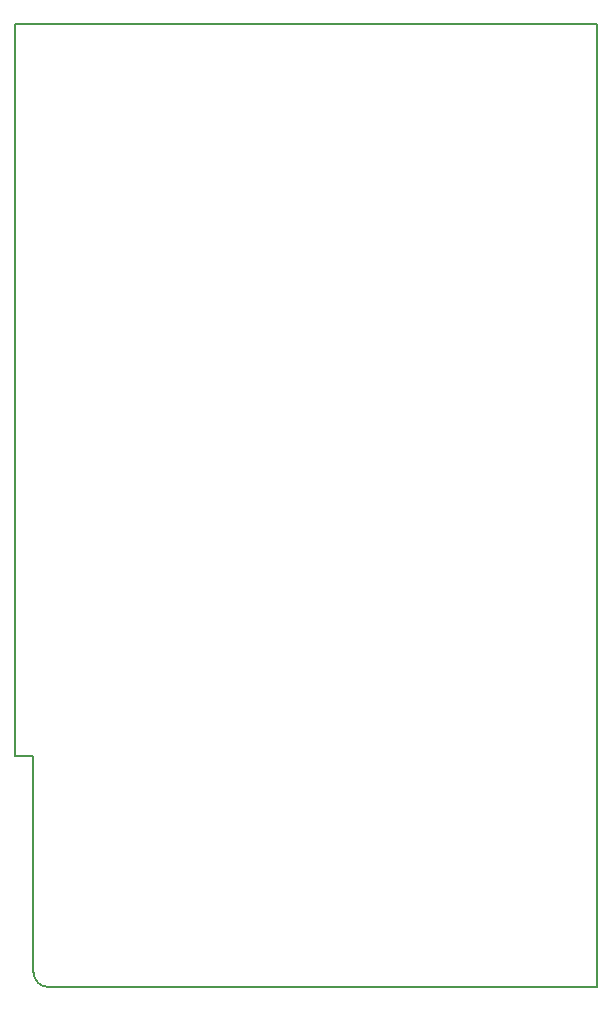
<source format=gm1>
G04 #@! TF.FileFunction,Profile,NP*
%FSLAX46Y46*%
G04 Gerber Fmt 4.6, Leading zero omitted, Abs format (unit mm)*
G04 Created by KiCad (PCBNEW 4.0.7) date 10/20/19 13:11:54*
%MOMM*%
%LPD*%
G01*
G04 APERTURE LIST*
%ADD10C,0.100000*%
%ADD11C,0.150000*%
G04 APERTURE END LIST*
D10*
D11*
X147320000Y-117062000D02*
X147320000Y-35560000D01*
X147320000Y-35560000D02*
X140970000Y-35560000D01*
X99568000Y-97536000D02*
X99568000Y-115792000D01*
X100838000Y-117062000D02*
X147320000Y-117062000D01*
X99568000Y-115792000D02*
G75*
G03X100838000Y-117062000I1270000J0D01*
G01*
X140970000Y-35560000D02*
X98044000Y-35560000D01*
X98044000Y-97536000D02*
X98044000Y-35560000D01*
X99568000Y-97536000D02*
X98044000Y-97536000D01*
M02*

</source>
